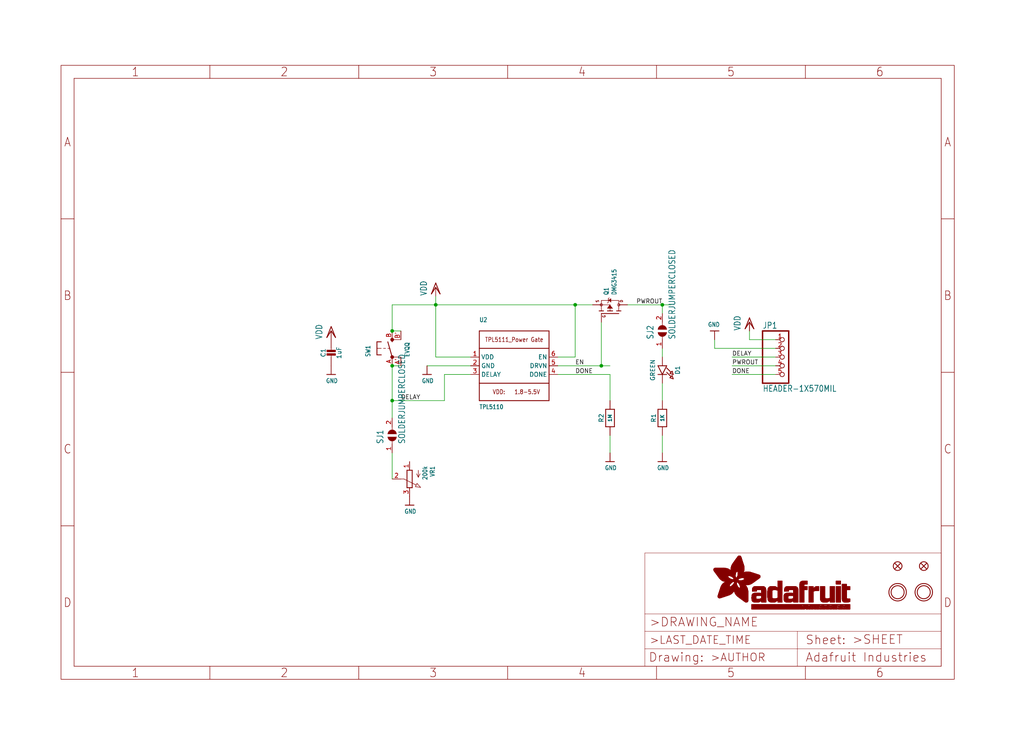
<source format=kicad_sch>
(kicad_sch (version 20211123) (generator eeschema)
  (paper "User" 298.45 217.881)
  (lib_symbols
    (symbol "eagleSchem-eagle-import:CAP_CERAMIC0805-NOOUTLINE"
      (property "Reference" "C" (at -2.29 1.25 90))
      (property "Value" "CAP_CERAMIC0805-NOOUTLINE" (at 2.3 1.25 90))
      (symbol "CAP_CERAMIC0805-NOOUTLINE_1_0"
        (pin passive line (at 0 5.08 270) (length 2.54) (name "1") (number "1"))
        (pin passive line (at 0 -2.54 90) (length 2.54) (name "2") (number "2"))
      )
    )
    (symbol "eagleSchem-eagle-import:FIDUCIAL{dblquote}{dblquote}")
    (symbol "eagleSchem-eagle-import:FRAME_A4_ADAFRUIT"
      (symbol "FRAME_A4_ADAFRUIT_1_0"
        (text "1" (at 21.6958 1.905 0) (effects (font (size 2.54 2.286))))
        (text "1" (at 21.6958 177.165 0) (effects (font (size 2.54 2.286))))
        (text "2" (at 65.0875 1.905 0) (effects (font (size 2.54 2.286))))
        (text "2" (at 65.0875 177.165 0) (effects (font (size 2.54 2.286))))
        (text "3" (at 108.4792 1.905 0) (effects (font (size 2.54 2.286))))
        (text "3" (at 108.4792 177.165 0) (effects (font (size 2.54 2.286))))
        (text "4" (at 151.8708 1.905 0) (effects (font (size 2.54 2.286))))
        (text "4" (at 151.8708 177.165 0) (effects (font (size 2.54 2.286))))
        (text "5" (at 195.2625 1.905 0) (effects (font (size 2.54 2.286))))
        (text "5" (at 195.2625 177.165 0) (effects (font (size 2.54 2.286))))
        (text "6" (at 238.6542 1.905 0) (effects (font (size 2.54 2.286))))
        (text "6" (at 238.6542 177.165 0) (effects (font (size 2.54 2.286))))
        (text ">AUTHOR" (at 189.23 5.08 0) (effects (font (size 2.286 2.286)) (justify left bottom)))
        (text ">DRAWING_NAME" (at 171.45 15.24 0) (effects (font (size 2.54 2.54)) (justify left bottom)))
        (text ">LAST_DATE_TIME" (at 171.45 10.16 0) (effects (font (size 2.286 2.286)) (justify left bottom)))
        (text ">SHEET" (at 230.505 10.16 0) (effects (font (size 2.54 2.54)) (justify left bottom)))
        (text "A" (at 1.905 156.6863 0) (effects (font (size 2.54 2.286))))
        (text "A" (at 258.445 156.6863 0) (effects (font (size 2.54 2.286))))
        (text "Adafruit Industries" (at 216.916 4.953 0) (effects (font (size 2.54 2.54)) (justify left bottom)))
        (text "B" (at 1.905 111.9188 0) (effects (font (size 2.54 2.286))))
        (text "B" (at 258.445 111.9188 0) (effects (font (size 2.54 2.286))))
        (text "C" (at 1.905 67.1513 0) (effects (font (size 2.54 2.286))))
        (text "C" (at 258.445 67.1513 0) (effects (font (size 2.54 2.286))))
        (text "D" (at 1.905 22.3838 0) (effects (font (size 2.54 2.286))))
        (text "D" (at 258.445 22.3838 0) (effects (font (size 2.54 2.286))))
        (text "Drawing:" (at 171.196 4.953 0) (effects (font (size 2.54 2.54)) (justify left bottom)))
        (text "Sheet:" (at 216.916 10.033 0) (effects (font (size 2.54 2.54)) (justify left bottom)))
      )
    )
    (symbol "eagleSchem-eagle-import:GND" (power)
      (property "Value" "GND" (at -1.524 -2.54 0))
      (symbol "GND_1_0"
        (pin power_in line (at 0 2.54 270) (length 2.54) (name "GND") (number "1"))
      )
    )
    (symbol "eagleSchem-eagle-import:HEADER-1X570MIL"
      (property "Reference" "JP" (at -6.35 8.255 0))
      (property "Value" "HEADER-1X570MIL" (at -6.35 -10.16 0))
      (symbol "HEADER-1X570MIL_1_0"
        (pin passive inverted (at -2.54 5.08 0) (length 2.54) (name "1") (number "1"))
        (pin passive inverted (at -2.54 2.54 0) (length 2.54) (name "2") (number "2"))
        (pin passive inverted (at -2.54 0 0) (length 2.54) (name "3") (number "3"))
        (pin passive inverted (at -2.54 -2.54 0) (length 2.54) (name "4") (number "4"))
        (pin passive inverted (at -2.54 -5.08 0) (length 2.54) (name "5") (number "5"))
      )
    )
    (symbol "eagleSchem-eagle-import:LED0805_NOOUTLINE"
      (property "Reference" "D" (at -1.27 4.445 0))
      (property "Value" "LED0805_NOOUTLINE" (at -1.27 -2.794 0))
      (symbol "LED0805_NOOUTLINE_1_0"
        (pin passive line (at -5.08 0 0) (length 2.54) (name "A") (number "A"))
        (pin passive line (at 2.54 0 180) (length 2.54) (name "C") (number "C"))
      )
    )
    (symbol "eagleSchem-eagle-import:MOSFET-PWIDE"
      (property "Reference" "Q" (at 2.794 0.381 0))
      (property "Value" "MOSFET-PWIDE" (at 2.794 -1.905 0))
      (symbol "MOSFET-PWIDE_1_0"
        (text "D" (at 0.635 -3.81 0) (effects (font (size 0.8128 0.6908)) (justify left bottom)))
        (text "G" (at -3.81 1.27 0) (effects (font (size 0.8128 0.6908)) (justify left bottom)))
        (text "S" (at 0.635 3.175 0) (effects (font (size 0.8128 0.6908)) (justify left bottom)))
        (pin passive line (at -5.08 2.54 0) (length 2.54) (name "G") (number "1"))
        (pin passive line (at 0 5.08 270) (length 2.54) (name "S") (number "2"))
        (pin passive line (at 0 -5.08 90) (length 2.54) (name "D") (number "3"))
      )
    )
    (symbol "eagleSchem-eagle-import:MOUNTINGHOLE2.5")
    (symbol "eagleSchem-eagle-import:RESISTOR0805_NOOUTLINE"
      (property "Reference" "R" (at 0 2.54 0))
      (property "Value" "RESISTOR0805_NOOUTLINE" (at 0 0 0))
      (symbol "RESISTOR0805_NOOUTLINE_1_0"
        (pin passive line (at -5.08 0 0) (length 2.54) (name "1") (number "1"))
        (pin passive line (at 5.08 0 180) (length 2.54) (name "2") (number "2"))
      )
    )
    (symbol "eagleSchem-eagle-import:SOLDERJUMPERCLOSED"
      (property "Reference" "SJ" (at -2.54 2.54 0))
      (property "Value" "SOLDERJUMPERCLOSED" (at -2.54 -3.81 0))
      (symbol "SOLDERJUMPERCLOSED_1_0"
        (pin passive line (at -5.08 0 0) (length 2.54) (name "1") (number "1"))
        (pin passive line (at 5.08 0 180) (length 2.54) (name "2") (number "2"))
      )
    )
    (symbol "eagleSchem-eagle-import:SWITCH_TACT_SMT_EVQQ2_SMALL"
      (property "Reference" "SW" (at -2.54 6.35 0))
      (property "Value" "SWITCH_TACT_SMT_EVQQ2_SMALL" (at -2.54 -5.08 0))
      (symbol "SWITCH_TACT_SMT_EVQQ2_SMALL_1_0"
        (pin passive line (at -5.08 0 0) (length 2.54) (name "P") (number "A"))
        (pin passive line (at -5.08 -2.54 0) (length 2.54) (name "P1") (number "A'"))
        (pin passive line (at 5.08 0 180) (length 2.54) (name "S") (number "B"))
        (pin passive line (at 5.08 -2.54 180) (length 2.54) (name "S1") (number "B'"))
      )
    )
    (symbol "eagleSchem-eagle-import:TPL5111"
      (property "Reference" "U" (at -10.16 12.7 0))
      (property "Value" "TPL5111" (at -10.16 -12.7 0))
      (symbol "TPL5111_1_0"
        (text "1.8-5.5V" (at 0 -7.62 0) (effects (font (size 1.27 1.0795)) (justify left)))
        (text "TPL5111_Power Gate" (at 0 7.62 0) (effects (font (size 1.27 1.0795))))
        (text "VDD:" (at -2.54 -7.62 0) (effects (font (size 1.27 1.0795)) (justify right)))
        (pin power_in line (at -12.7 2.54 0) (length 2.54) (name "VDD") (number "1"))
        (pin power_in line (at -12.7 0 0) (length 2.54) (name "GND") (number "2"))
        (pin input line (at -12.7 -2.54 0) (length 2.54) (name "DELAY") (number "3"))
        (pin input line (at 12.7 -2.54 180) (length 2.54) (name "DONE") (number "4"))
        (pin output line (at 12.7 0 180) (length 2.54) (name "DRVN") (number "5"))
        (pin input line (at 12.7 2.54 180) (length 2.54) (name "EN") (number "6"))
      )
    )
    (symbol "eagleSchem-eagle-import:TRIMPOTTC33X-2"
      (property "Reference" "VR" (at -5.969 -3.81 90))
      (property "Value" "TRIMPOTTC33X-2" (at -3.81 -3.81 90))
      (symbol "TRIMPOTTC33X-2_1_0"
        (pin passive line (at 0 -5.08 90) (length 2.54) (name "A") (number "1"))
        (pin passive line (at 5.08 0 180) (length 2.54) (name "S") (number "2"))
        (pin passive line (at 0 5.08 270) (length 2.54) (name "E") (number "3"))
      )
    )
    (symbol "eagleSchem-eagle-import:VDD" (power)
      (property "Value" "VDD" (at -2.54 -2.54 90))
      (symbol "VDD_1_0"
        (pin power_in line (at 0 -2.54 90) (length 2.54) (name "VDD") (number "1"))
      )
    )
  )
  (junction (at 193.04 88.9))
  (junction (at 175.26 106.68))
  (junction (at 114.3 96.52))
  (junction (at 114.3 116.84))
  (junction (at 167.64 88.9))
  (junction (at 114.3 106.68))
  (junction (at 127 88.9))
  (wire (pts (xy 177.8 132.08) (xy 177.8 127)))
  (wire (pts (xy 193.04 127) (xy 193.04 132.08)))
  (wire (pts (xy 114.3 121.92) (xy 114.3 116.84)))
  (wire (pts (xy 114.3 106.68) (xy 114.3 116.84)))
  (wire (pts (xy 162.56 106.68) (xy 175.26 106.68)))
  (wire (pts (xy 167.64 104.14) (xy 167.64 88.9)))
  (wire (pts (xy 177.8 109.22) (xy 177.8 116.84)))
  (wire (pts (xy 175.26 93.98) (xy 175.26 106.68)))
  (wire (pts (xy 167.64 88.9) (xy 127 88.9)))
  (wire (pts (xy 127 104.14) (xy 127 88.9)))
  (wire (pts (xy 114.3 88.9) (xy 127 88.9)))
  (wire (pts (xy 193.04 116.84) (xy 193.04 111.76)))
  (wire (pts (xy 114.3 139.7) (xy 114.3 132.08)))
  (wire (pts (xy 129.54 109.22) (xy 137.16 109.22)))
  (wire (pts (xy 172.72 88.9) (xy 167.64 88.9)))
  (wire (pts (xy 182.88 88.9) (xy 193.04 88.9)))
  (wire (pts (xy 175.26 106.68) (xy 177.8 106.68)))
  (wire (pts (xy 226.06 109.22) (xy 213.36 109.22)))
  (wire (pts (xy 116.84 106.68) (xy 114.3 106.68)))
  (wire (pts (xy 114.3 96.52) (xy 116.84 96.52)))
  (wire (pts (xy 226.06 106.68) (xy 213.36 106.68)))
  (wire (pts (xy 114.3 116.84) (xy 129.54 116.84)))
  (wire (pts (xy 193.04 104.14) (xy 193.04 101.6)))
  (wire (pts (xy 226.06 101.6) (xy 208.28 101.6)))
  (wire (pts (xy 226.06 104.14) (xy 213.36 104.14)))
  (wire (pts (xy 208.28 101.6) (xy 208.28 99.06)))
  (wire (pts (xy 226.06 99.06) (xy 218.44 99.06)))
  (wire (pts (xy 177.8 109.22) (xy 162.56 109.22)))
  (wire (pts (xy 218.44 99.06) (xy 218.44 96.52)))
  (wire (pts (xy 193.04 88.9) (xy 195.58 88.9)))
  (wire (pts (xy 137.16 106.68) (xy 124.46 106.68)))
  (wire (pts (xy 162.56 104.14) (xy 167.64 104.14)))
  (wire (pts (xy 193.04 91.44) (xy 193.04 88.9)))
  (wire (pts (xy 129.54 116.84) (xy 129.54 109.22)))
  (wire (pts (xy 114.3 96.52) (xy 114.3 88.9)))
  (wire (pts (xy 137.16 104.14) (xy 127 104.14)))
  (wire (pts (xy 127 88.9) (xy 127 86.36)))
  (label "DONE" (at 213.36 109.22 0) (effects (font (size 1.2446 1.2446))))
  (label "DONE" (at 167.64 109.22 0) (effects (font (size 1.2446 1.2446))))
  (label "PWROUT" (at 185.42 88.9 0) (effects (font (size 1.2446 1.2446))))
  (label "DELAY" (at 116.84 116.84 0) (effects (font (size 1.2446 1.2446))))
  (label "DELAY" (at 213.36 104.14 0) (effects (font (size 1.2446 1.2446))))
  (label "PWROUT" (at 213.36 106.68 0) (effects (font (size 1.2446 1.2446))))
  (label "EN" (at 167.64 106.68 0) (effects (font (size 1.2446 1.2446))))
  (symbol (lib_id "eagleSchem-eagle-import:GND") (at 124.46 109.22 0) (unit 1)
    (property "Reference" "#U$2" (effects hide))
    (property "Value" "GND" (at 122.936 111.76 0) (effects (font (size 1.27 1.0795)) (justify left bottom)))
    (property "Footprint" "eagleSchem:" (effects hide))
  )
  (symbol (lib_id "eagleSchem-eagle-import:GND") (at 208.28 96.52 180) (unit 1)
    (property "Reference" "#U$4" (effects hide))
    (property "Value" "GND" (at 209.804 93.98 0) (effects (font (size 1.27 1.0795)) (justify left bottom)))
    (property "Footprint" "eagleSchem:" (effects hide))
  )
  (symbol (lib_id "eagleSchem-eagle-import:VDD") (at 96.52 96.52 0) (unit 1)
    (property "Reference" "#VDD3" (effects hide))
    (property "Value" "VDD" (at 93.98 99.06 90) (effects (font (size 1.778 1.5113)) (justify left bottom)))
    (property "Footprint" "eagleSchem:" (effects hide))
  )
  (symbol (lib_id "eagleSchem-eagle-import:FIDUCIAL{dblquote}{dblquote}") (at 261.62 165.1 0) (unit 1)
    (property "Reference" "FID2" (effects hide))
    (property "Value" "FIDUCIAL{dblquote}{dblquote}" (effects hide))
    (property "Footprint" "eagleSchem:FIDUCIAL_1MM" (effects hide))
  )
  (symbol (lib_id "eagleSchem-eagle-import:SOLDERJUMPERCLOSED") (at 114.3 127 90) (unit 1)
    (property "Reference" "SJ1" (at 111.76 129.54 0) (effects (font (size 1.778 1.5113)) (justify left bottom)))
    (property "Value" "SOLDERJUMPERCLOSED" (at 118.11 129.54 0) (effects (font (size 1.778 1.5113)) (justify left bottom)))
    (property "Footprint" "eagleSchem:SOLDERJUMPER_CLOSEDWIRE" (effects hide))
  )
  (symbol (lib_id "eagleSchem-eagle-import:GND") (at 193.04 134.62 0) (unit 1)
    (property "Reference" "#U$6" (effects hide))
    (property "Value" "GND" (at 191.516 137.16 0) (effects (font (size 1.27 1.0795)) (justify left bottom)))
    (property "Footprint" "eagleSchem:" (effects hide))
  )
  (symbol (lib_id "eagleSchem-eagle-import:FIDUCIAL{dblquote}{dblquote}") (at 269.24 165.1 0) (unit 1)
    (property "Reference" "FID1" (effects hide))
    (property "Value" "FIDUCIAL{dblquote}{dblquote}" (effects hide))
    (property "Footprint" "eagleSchem:FIDUCIAL_1MM" (effects hide))
  )
  (symbol (lib_id "eagleSchem-eagle-import:HEADER-1X570MIL") (at 228.6 104.14 0) (unit 1)
    (property "Reference" "JP1" (at 222.25 95.885 0) (effects (font (size 1.778 1.5113)) (justify left bottom)))
    (property "Value" "HEADER-1X570MIL" (at 222.25 114.3 0) (effects (font (size 1.778 1.5113)) (justify left bottom)))
    (property "Footprint" "eagleSchem:1X05_ROUND_70" (effects hide))
  )
  (symbol (lib_id "eagleSchem-eagle-import:VDD") (at 218.44 93.98 0) (unit 1)
    (property "Reference" "#VDD2" (effects hide))
    (property "Value" "VDD" (at 215.9 96.52 90) (effects (font (size 1.778 1.5113)) (justify left bottom)))
    (property "Footprint" "eagleSchem:" (effects hide))
  )
  (symbol (lib_id "eagleSchem-eagle-import:TRIMPOTTC33X-2") (at 119.38 139.7 180) (unit 1)
    (property "Reference" "VR1" (at 125.349 135.89 90) (effects (font (size 1.27 1.0795)) (justify left bottom)))
    (property "Value" "200k" (at 123.19 135.89 90) (effects (font (size 1.27 1.0795)) (justify left bottom)))
    (property "Footprint" "eagleSchem:TRIMPOT_BOURNS_TC33X-2" (effects hide))
  )
  (symbol (lib_id "eagleSchem-eagle-import:GND") (at 96.52 109.22 0) (unit 1)
    (property "Reference" "#U$10" (effects hide))
    (property "Value" "GND" (at 94.996 111.76 0) (effects (font (size 1.27 1.0795)) (justify left bottom)))
    (property "Footprint" "eagleSchem:" (effects hide))
  )
  (symbol (lib_id "eagleSchem-eagle-import:FRAME_A4_ADAFRUIT") (at 17.78 198.12 0) (unit 1)
    (property "Reference" "#U$1" (effects hide))
    (property "Value" "FRAME_A4_ADAFRUIT" (effects hide))
    (property "Footprint" "eagleSchem:" (effects hide))
  )
  (symbol (lib_id "eagleSchem-eagle-import:MOUNTINGHOLE2.5") (at 269.24 172.72 0) (unit 1)
    (property "Reference" "U$7" (effects hide))
    (property "Value" "MOUNTINGHOLE2.5" (effects hide))
    (property "Footprint" "eagleSchem:MOUNTINGHOLE_2.5_PLATED" (effects hide))
  )
  (symbol (lib_id "eagleSchem-eagle-import:GND") (at 177.8 134.62 0) (unit 1)
    (property "Reference" "#U$9" (effects hide))
    (property "Value" "GND" (at 176.276 137.16 0) (effects (font (size 1.27 1.0795)) (justify left bottom)))
    (property "Footprint" "eagleSchem:" (effects hide))
  )
  (symbol (lib_id "eagleSchem-eagle-import:GND") (at 119.38 147.32 0) (unit 1)
    (property "Reference" "#U$3" (effects hide))
    (property "Value" "GND" (at 117.856 149.86 0) (effects (font (size 1.27 1.0795)) (justify left bottom)))
    (property "Footprint" "eagleSchem:" (effects hide))
  )
  (symbol (lib_id "eagleSchem-eagle-import:RESISTOR0805_NOOUTLINE") (at 193.04 121.92 90) (unit 1)
    (property "Reference" "R1" (at 190.5 121.92 0))
    (property "Value" "1K" (at 193.04 121.92 0) (effects (font (size 1.016 1.016) bold)))
    (property "Footprint" "eagleSchem:0805-NO" (effects hide))
  )
  (symbol (lib_id "eagleSchem-eagle-import:MOUNTINGHOLE2.5") (at 261.62 172.72 0) (unit 1)
    (property "Reference" "U$8" (effects hide))
    (property "Value" "MOUNTINGHOLE2.5" (effects hide))
    (property "Footprint" "eagleSchem:MOUNTINGHOLE_2.5_PLATED" (effects hide))
  )
  (symbol (lib_id "eagleSchem-eagle-import:TPL5111") (at 149.86 106.68 0) (unit 1)
    (property "Reference" "U2" (at 139.7 93.98 0) (effects (font (size 1.27 1.0795)) (justify left bottom)))
    (property "Value" "TPL5110" (at 139.7 119.38 0) (effects (font (size 1.27 1.0795)) (justify left bottom)))
    (property "Footprint" "eagleSchem:SOT23-6" (effects hide))
  )
  (symbol (lib_id "eagleSchem-eagle-import:VDD") (at 127 83.82 0) (unit 1)
    (property "Reference" "#VDD1" (effects hide))
    (property "Value" "VDD" (at 124.46 86.36 90) (effects (font (size 1.778 1.5113)) (justify left bottom)))
    (property "Footprint" "eagleSchem:" (effects hide))
  )
  (symbol (lib_id "eagleSchem-eagle-import:MOSFET-PWIDE") (at 177.8 88.9 90) (unit 1)
    (property "Reference" "Q1" (at 177.419 86.106 0) (effects (font (size 1.27 1.0795)) (justify left bottom)))
    (property "Value" "DMG3415" (at 179.705 86.106 0) (effects (font (size 1.27 1.0795)) (justify left bottom)))
    (property "Footprint" "eagleSchem:SOT23-WIDE" (effects hide))
  )
  (symbol (lib_id "eagleSchem-eagle-import:SOLDERJUMPERCLOSED") (at 193.04 96.52 90) (unit 1)
    (property "Reference" "SJ2" (at 190.5 99.06 0) (effects (font (size 1.778 1.5113)) (justify left bottom)))
    (property "Value" "SOLDERJUMPERCLOSED" (at 196.85 99.06 0) (effects (font (size 1.778 1.5113)) (justify left bottom)))
    (property "Footprint" "eagleSchem:SOLDERJUMPER_CLOSEDWIRE" (effects hide))
  )
  (symbol (lib_id "eagleSchem-eagle-import:LED0805_NOOUTLINE") (at 193.04 109.22 270) (unit 1)
    (property "Reference" "D1" (at 197.485 107.95 0))
    (property "Value" "GREEN" (at 190.246 107.95 0))
    (property "Footprint" "eagleSchem:CHIPLED_0805_NOOUTLINE" (effects hide))
  )
  (symbol (lib_id "eagleSchem-eagle-import:RESISTOR0805_NOOUTLINE") (at 177.8 121.92 90) (unit 1)
    (property "Reference" "R2" (at 175.26 121.92 0))
    (property "Value" "1M" (at 177.8 121.92 0) (effects (font (size 1.016 1.016) bold)))
    (property "Footprint" "eagleSchem:0805-NO" (effects hide))
  )
  (symbol (lib_id "eagleSchem-eagle-import:SWITCH_TACT_SMT_EVQQ2_SMALL") (at 114.3 101.6 90) (unit 1)
    (property "Reference" "SW1" (at 107.95 104.14 0) (effects (font (size 1.27 1.0795)) (justify left bottom)))
    (property "Value" "EVQQ" (at 119.38 104.14 0) (effects (font (size 1.27 1.0795)) (justify left bottom)))
    (property "Footprint" "eagleSchem:EVQ-Q2_SMALLER" (effects hide))
  )
  (symbol (lib_id "eagleSchem-eagle-import:CAP_CERAMIC0805-NOOUTLINE") (at 96.52 104.14 0) (unit 1)
    (property "Reference" "C1" (at 94.23 102.89 90))
    (property "Value" "1uF" (at 98.82 102.89 90))
    (property "Footprint" "eagleSchem:0805-NO" (effects hide))
  )
)
</source>
